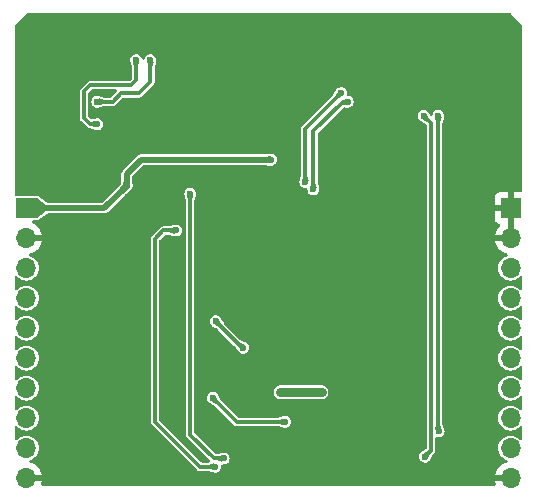
<source format=gbl>
G04 #@! TF.GenerationSoftware,KiCad,Pcbnew,8.0.8*
G04 #@! TF.CreationDate,2025-06-14T11:12:35+09:00*
G04 #@! TF.ProjectId,stm32c0_fdcan_module,73746d33-3263-4305-9f66-6463616e5f6d,rev?*
G04 #@! TF.SameCoordinates,Original*
G04 #@! TF.FileFunction,Copper,L2,Bot*
G04 #@! TF.FilePolarity,Positive*
%FSLAX46Y46*%
G04 Gerber Fmt 4.6, Leading zero omitted, Abs format (unit mm)*
G04 Created by KiCad (PCBNEW 8.0.8) date 2025-06-14 11:12:35*
%MOMM*%
%LPD*%
G01*
G04 APERTURE LIST*
G04 #@! TA.AperFunction,ComponentPad*
%ADD10R,1.700000X1.700000*%
G04 #@! TD*
G04 #@! TA.AperFunction,ComponentPad*
%ADD11O,1.700000X1.700000*%
G04 #@! TD*
G04 #@! TA.AperFunction,ViaPad*
%ADD12C,0.600000*%
G04 #@! TD*
G04 #@! TA.AperFunction,Conductor*
%ADD13C,0.300000*%
G04 #@! TD*
G04 #@! TA.AperFunction,Conductor*
%ADD14C,0.500000*%
G04 #@! TD*
G04 #@! TA.AperFunction,Conductor*
%ADD15C,0.750000*%
G04 #@! TD*
G04 APERTURE END LIST*
D10*
X145000000Y-87500000D03*
D11*
X145000000Y-90040000D03*
X145000000Y-92580000D03*
X145000000Y-95120000D03*
X145000000Y-97660000D03*
X145000000Y-100200000D03*
X145000000Y-102740000D03*
X145000000Y-105280000D03*
X145000000Y-107820000D03*
X145000000Y-110360000D03*
D10*
X104000000Y-87500000D03*
D11*
X104000000Y-90040000D03*
X104000000Y-92580000D03*
X104000000Y-95120000D03*
X104000000Y-97660000D03*
X104000000Y-100200000D03*
X104000000Y-102740000D03*
X104000000Y-105280000D03*
X104000000Y-107820000D03*
X104000000Y-110360000D03*
D12*
X117500000Y-76900000D03*
X118300000Y-72100000D03*
X125000000Y-107900000D03*
X136500000Y-84100000D03*
X105000000Y-80000000D03*
X119300000Y-94900000D03*
X143100000Y-92500000D03*
X112500000Y-72500000D03*
X142500000Y-80000000D03*
X140000000Y-92500000D03*
X140000000Y-107500000D03*
X119300000Y-101400000D03*
X140000000Y-72500000D03*
X119300000Y-104800000D03*
X117100000Y-101400000D03*
X145000000Y-77500000D03*
X129600000Y-101300000D03*
X132500000Y-87500000D03*
X130000000Y-97500000D03*
X145000000Y-75000000D03*
X128500000Y-75625000D03*
X145000000Y-85000000D03*
X115100000Y-87900000D03*
X125900000Y-81500000D03*
X125100000Y-99100000D03*
X130000000Y-92500000D03*
X105000000Y-82500000D03*
X130000000Y-87500000D03*
X140000000Y-90000000D03*
X114000000Y-79050000D03*
X145000000Y-82500000D03*
X135000000Y-72500000D03*
X131000000Y-83700000D03*
X125500000Y-101500000D03*
X112500000Y-92500000D03*
X119000000Y-88300000D03*
X109400000Y-72100000D03*
X110000000Y-95000000D03*
X137500000Y-72500000D03*
X130000000Y-95000000D03*
X125900000Y-85500000D03*
X112500000Y-79025000D03*
X117500000Y-82500000D03*
X128500000Y-77800000D03*
X122500000Y-97500000D03*
X136500000Y-90000000D03*
X117100000Y-94900000D03*
X114200000Y-109200000D03*
X115100000Y-86200000D03*
X130000000Y-90000000D03*
X132500000Y-90000000D03*
X115900000Y-87900000D03*
X129800000Y-104300000D03*
X128200000Y-104300000D03*
X131300000Y-75600000D03*
X145000000Y-72500000D03*
X136500000Y-95000000D03*
X115000000Y-72500000D03*
X127500000Y-72500000D03*
X142500000Y-77500000D03*
X142500000Y-105000000D03*
X105000000Y-77500000D03*
X111900000Y-109200000D03*
X116300000Y-104800000D03*
X132500000Y-95000000D03*
X107500000Y-77500000D03*
X107500000Y-75000000D03*
X127900000Y-94900000D03*
X105000000Y-75000000D03*
X107500000Y-92500000D03*
X136500000Y-92500000D03*
X127500000Y-90000000D03*
X125000000Y-106700000D03*
X140000000Y-87500000D03*
X112500000Y-100000000D03*
X117500000Y-80000000D03*
X132500000Y-97500000D03*
X110000000Y-75000000D03*
X136400000Y-75600000D03*
X107500000Y-72500000D03*
X105000000Y-72500000D03*
X145000000Y-80000000D03*
X142500000Y-75000000D03*
X128500000Y-74375000D03*
X136400000Y-74400000D03*
X122600000Y-76200000D03*
X136500000Y-87500000D03*
X115900000Y-86200000D03*
X122500000Y-95000000D03*
X115900000Y-90500000D03*
X132500000Y-92500000D03*
X112000000Y-75000000D03*
X112500000Y-85600000D03*
X124700000Y-83400000D03*
X129000000Y-103100000D03*
X125500000Y-103100000D03*
X110000000Y-80400000D03*
X113300000Y-75000000D03*
X114500000Y-75000000D03*
X110000000Y-78500000D03*
X137625000Y-79700000D03*
X137750000Y-108550000D03*
X119775000Y-103575000D03*
X125900000Y-105600000D03*
X127618671Y-85300000D03*
X130642783Y-77757217D03*
X120000000Y-109400000D03*
X116700000Y-89400000D03*
X131200000Y-78500000D03*
X128300000Y-85914212D03*
X138900000Y-106400000D03*
X138875000Y-79700000D03*
X117875000Y-86300000D03*
X120700000Y-108700000D03*
X120025000Y-97075000D03*
X122350000Y-99325000D03*
D13*
X119900000Y-108700000D02*
X117875000Y-106675000D01*
X120700000Y-108700000D02*
X119900000Y-108700000D01*
X117875000Y-106675000D02*
X117875000Y-86300000D01*
X115600000Y-89400000D02*
X116700000Y-89400000D01*
X118700000Y-109400000D02*
X114900000Y-105600000D01*
X120000000Y-109400000D02*
X118700000Y-109400000D01*
X114900000Y-105600000D02*
X114900000Y-90100000D01*
X114900000Y-90100000D02*
X115600000Y-89400000D01*
X121800000Y-105600000D02*
X119775000Y-103575000D01*
X125900000Y-105600000D02*
X121800000Y-105600000D01*
D14*
X113700000Y-83400000D02*
X124700000Y-83400000D01*
X112500000Y-85600000D02*
X112500000Y-84600000D01*
X110600000Y-87500000D02*
X104000000Y-87500000D01*
X112500000Y-85600000D02*
X110600000Y-87500000D01*
D15*
X125500000Y-103100000D02*
X129000000Y-103100000D01*
D14*
X112500000Y-84600000D02*
X113700000Y-83400000D01*
D13*
X108900000Y-77600000D02*
X108900000Y-79900000D01*
X109400000Y-77100000D02*
X108900000Y-77600000D01*
X113300000Y-75000000D02*
X113300000Y-76700000D01*
X113300000Y-76700000D02*
X112900000Y-77100000D01*
X112900000Y-77100000D02*
X109400000Y-77100000D01*
X108900000Y-79900000D02*
X109400000Y-80400000D01*
X109400000Y-80400000D02*
X110000000Y-80400000D01*
X112000000Y-77800000D02*
X113500000Y-77800000D01*
X114500000Y-76800000D02*
X114500000Y-75000000D01*
X113500000Y-77800000D02*
X114500000Y-76800000D01*
X110000000Y-78500000D02*
X111300000Y-78500000D01*
X111300000Y-78500000D02*
X112000000Y-77800000D01*
X138250000Y-108050000D02*
X138250000Y-80325000D01*
X138250000Y-80325000D02*
X137625000Y-79700000D01*
X137750000Y-108550000D02*
X138250000Y-108050000D01*
X127618671Y-80781329D02*
X127618671Y-85300000D01*
X130642783Y-77757217D02*
X127618671Y-80781329D01*
X131200000Y-78500000D02*
X130800000Y-78500000D01*
X130800000Y-78500000D02*
X128300000Y-81000000D01*
X128300000Y-81000000D02*
X128300000Y-85914212D01*
X138900000Y-106400000D02*
X138875000Y-106375000D01*
X138875000Y-106375000D02*
X138875000Y-79700000D01*
X120025000Y-97075000D02*
X122275000Y-99325000D01*
X122275000Y-99325000D02*
X122350000Y-99325000D01*
G04 #@! TA.AperFunction,Conductor*
G36*
X145015677Y-71019685D02*
G01*
X145036319Y-71036319D01*
X145963681Y-71963681D01*
X145997166Y-72025004D01*
X146000000Y-72051362D01*
X146000000Y-86026000D01*
X145980315Y-86093039D01*
X145927511Y-86138794D01*
X145876000Y-86150000D01*
X145250000Y-86150000D01*
X145250000Y-87066988D01*
X145192993Y-87034075D01*
X145065826Y-87000000D01*
X144934174Y-87000000D01*
X144807007Y-87034075D01*
X144750000Y-87066988D01*
X144750000Y-86150000D01*
X144102155Y-86150000D01*
X144042627Y-86156401D01*
X144042620Y-86156403D01*
X143907913Y-86206645D01*
X143907906Y-86206649D01*
X143792812Y-86292809D01*
X143792809Y-86292812D01*
X143706649Y-86407906D01*
X143706645Y-86407913D01*
X143656403Y-86542620D01*
X143656401Y-86542627D01*
X143650000Y-86602155D01*
X143650000Y-87250000D01*
X144566988Y-87250000D01*
X144534075Y-87307007D01*
X144500000Y-87434174D01*
X144500000Y-87565826D01*
X144534075Y-87692993D01*
X144566988Y-87750000D01*
X143650000Y-87750000D01*
X143650000Y-88397844D01*
X143656401Y-88457372D01*
X143656403Y-88457379D01*
X143706645Y-88592086D01*
X143706649Y-88592093D01*
X143792809Y-88707187D01*
X143792812Y-88707190D01*
X143907906Y-88793350D01*
X143907913Y-88793354D01*
X144039986Y-88842614D01*
X144095920Y-88884485D01*
X144120337Y-88949949D01*
X144105486Y-89018222D01*
X144084335Y-89046477D01*
X143961886Y-89168926D01*
X143826400Y-89362420D01*
X143826399Y-89362422D01*
X143726570Y-89576507D01*
X143726567Y-89576513D01*
X143669364Y-89789999D01*
X143669364Y-89790000D01*
X144566988Y-89790000D01*
X144534075Y-89847007D01*
X144500000Y-89974174D01*
X144500000Y-90105826D01*
X144534075Y-90232993D01*
X144566988Y-90290000D01*
X143669364Y-90290000D01*
X143726567Y-90503486D01*
X143726570Y-90503492D01*
X143826399Y-90717578D01*
X143961894Y-90911082D01*
X144128917Y-91078105D01*
X144322421Y-91213600D01*
X144536507Y-91313429D01*
X144536516Y-91313433D01*
X144658649Y-91346158D01*
X144718310Y-91382523D01*
X144748839Y-91445369D01*
X144740545Y-91514745D01*
X144696059Y-91568623D01*
X144662552Y-91584593D01*
X144596046Y-91604767D01*
X144465358Y-91674622D01*
X144413550Y-91702315D01*
X144413548Y-91702316D01*
X144413547Y-91702317D01*
X144253589Y-91833589D01*
X144122317Y-91993547D01*
X144024769Y-92176043D01*
X143964699Y-92374067D01*
X143944417Y-92580000D01*
X143964699Y-92785932D01*
X143964700Y-92785934D01*
X144024768Y-92983954D01*
X144122315Y-93166450D01*
X144122317Y-93166452D01*
X144253589Y-93326410D01*
X144273851Y-93343038D01*
X144413550Y-93457685D01*
X144596046Y-93555232D01*
X144794066Y-93615300D01*
X144794065Y-93615300D01*
X144812529Y-93617118D01*
X145000000Y-93635583D01*
X145205934Y-93615300D01*
X145403954Y-93555232D01*
X145586450Y-93457685D01*
X145746410Y-93326410D01*
X145780146Y-93285301D01*
X145837891Y-93245967D01*
X145907736Y-93244096D01*
X145967504Y-93280282D01*
X145998221Y-93343038D01*
X146000000Y-93363966D01*
X146000000Y-94336033D01*
X145980315Y-94403072D01*
X145927511Y-94448827D01*
X145858353Y-94458771D01*
X145794797Y-94429746D01*
X145780147Y-94414698D01*
X145746410Y-94373590D01*
X145586452Y-94242317D01*
X145586453Y-94242317D01*
X145586450Y-94242315D01*
X145403954Y-94144768D01*
X145205934Y-94084700D01*
X145205932Y-94084699D01*
X145205934Y-94084699D01*
X145000000Y-94064417D01*
X144794067Y-94084699D01*
X144596043Y-94144769D01*
X144485898Y-94203643D01*
X144413550Y-94242315D01*
X144413548Y-94242316D01*
X144413547Y-94242317D01*
X144253589Y-94373589D01*
X144122317Y-94533547D01*
X144024769Y-94716043D01*
X143964699Y-94914067D01*
X143944417Y-95120000D01*
X143964699Y-95325932D01*
X143964700Y-95325934D01*
X144024768Y-95523954D01*
X144122315Y-95706450D01*
X144122317Y-95706452D01*
X144253589Y-95866410D01*
X144273851Y-95883038D01*
X144413550Y-95997685D01*
X144596046Y-96095232D01*
X144794066Y-96155300D01*
X144794065Y-96155300D01*
X144812529Y-96157118D01*
X145000000Y-96175583D01*
X145205934Y-96155300D01*
X145403954Y-96095232D01*
X145586450Y-95997685D01*
X145746410Y-95866410D01*
X145780146Y-95825301D01*
X145837891Y-95785967D01*
X145907736Y-95784096D01*
X145967504Y-95820282D01*
X145998221Y-95883038D01*
X146000000Y-95903966D01*
X146000000Y-96876033D01*
X145980315Y-96943072D01*
X145927511Y-96988827D01*
X145858353Y-96998771D01*
X145794797Y-96969746D01*
X145780147Y-96954698D01*
X145746410Y-96913590D01*
X145687511Y-96865253D01*
X145586450Y-96782315D01*
X145403954Y-96684768D01*
X145205934Y-96624700D01*
X145205932Y-96624699D01*
X145205934Y-96624699D01*
X145000000Y-96604417D01*
X144794067Y-96624699D01*
X144596043Y-96684769D01*
X144485898Y-96743643D01*
X144413550Y-96782315D01*
X144413548Y-96782316D01*
X144413547Y-96782317D01*
X144253589Y-96913589D01*
X144122317Y-97073547D01*
X144024769Y-97256043D01*
X144024768Y-97256045D01*
X144024768Y-97256046D01*
X144017898Y-97278692D01*
X143964699Y-97454067D01*
X143944417Y-97660000D01*
X143964699Y-97865932D01*
X143964700Y-97865934D01*
X144024768Y-98063954D01*
X144122315Y-98246450D01*
X144122317Y-98246452D01*
X144253589Y-98406410D01*
X144273851Y-98423038D01*
X144413550Y-98537685D01*
X144596046Y-98635232D01*
X144794066Y-98695300D01*
X144794065Y-98695300D01*
X144812529Y-98697118D01*
X145000000Y-98715583D01*
X145205934Y-98695300D01*
X145403954Y-98635232D01*
X145586450Y-98537685D01*
X145746410Y-98406410D01*
X145780146Y-98365301D01*
X145837891Y-98325967D01*
X145907736Y-98324096D01*
X145967504Y-98360282D01*
X145998221Y-98423038D01*
X146000000Y-98443966D01*
X146000000Y-99416033D01*
X145980315Y-99483072D01*
X145927511Y-99528827D01*
X145858353Y-99538771D01*
X145794797Y-99509746D01*
X145780147Y-99494698D01*
X145746410Y-99453590D01*
X145700646Y-99416033D01*
X145586450Y-99322315D01*
X145403954Y-99224768D01*
X145205934Y-99164700D01*
X145205932Y-99164699D01*
X145205934Y-99164699D01*
X145000000Y-99144417D01*
X144794067Y-99164699D01*
X144596043Y-99224769D01*
X144485898Y-99283643D01*
X144413550Y-99322315D01*
X144413548Y-99322316D01*
X144413547Y-99322317D01*
X144253589Y-99453589D01*
X144134771Y-99598372D01*
X144122315Y-99613550D01*
X144095443Y-99663824D01*
X144024769Y-99796043D01*
X143964699Y-99994067D01*
X143944417Y-100200000D01*
X143964699Y-100405932D01*
X143964700Y-100405934D01*
X144024768Y-100603954D01*
X144122315Y-100786450D01*
X144122317Y-100786452D01*
X144253589Y-100946410D01*
X144273851Y-100963038D01*
X144413550Y-101077685D01*
X144596046Y-101175232D01*
X144794066Y-101235300D01*
X144794065Y-101235300D01*
X144812529Y-101237118D01*
X145000000Y-101255583D01*
X145205934Y-101235300D01*
X145403954Y-101175232D01*
X145586450Y-101077685D01*
X145746410Y-100946410D01*
X145780146Y-100905301D01*
X145837891Y-100865967D01*
X145907736Y-100864096D01*
X145967504Y-100900282D01*
X145998221Y-100963038D01*
X146000000Y-100983966D01*
X146000000Y-101956033D01*
X145980315Y-102023072D01*
X145927511Y-102068827D01*
X145858353Y-102078771D01*
X145794797Y-102049746D01*
X145780147Y-102034698D01*
X145746410Y-101993590D01*
X145586452Y-101862317D01*
X145586453Y-101862317D01*
X145586450Y-101862315D01*
X145403954Y-101764768D01*
X145205934Y-101704700D01*
X145205932Y-101704699D01*
X145205934Y-101704699D01*
X145000000Y-101684417D01*
X144794067Y-101704699D01*
X144596043Y-101764769D01*
X144485898Y-101823643D01*
X144413550Y-101862315D01*
X144413548Y-101862316D01*
X144413547Y-101862317D01*
X144253589Y-101993589D01*
X144122317Y-102153547D01*
X144024769Y-102336043D01*
X143964699Y-102534067D01*
X143944417Y-102740000D01*
X143964699Y-102945932D01*
X143964700Y-102945934D01*
X144024768Y-103143954D01*
X144122315Y-103326450D01*
X144142461Y-103350998D01*
X144253589Y-103486410D01*
X144343888Y-103560515D01*
X144413550Y-103617685D01*
X144596046Y-103715232D01*
X144794066Y-103775300D01*
X144794065Y-103775300D01*
X144812529Y-103777118D01*
X145000000Y-103795583D01*
X145205934Y-103775300D01*
X145403954Y-103715232D01*
X145586450Y-103617685D01*
X145746410Y-103486410D01*
X145780146Y-103445301D01*
X145837891Y-103405967D01*
X145907736Y-103404096D01*
X145967504Y-103440282D01*
X145998221Y-103503038D01*
X146000000Y-103523966D01*
X146000000Y-104496033D01*
X145980315Y-104563072D01*
X145927511Y-104608827D01*
X145858353Y-104618771D01*
X145794797Y-104589746D01*
X145780147Y-104574698D01*
X145746410Y-104533590D01*
X145586452Y-104402317D01*
X145586453Y-104402317D01*
X145586450Y-104402315D01*
X145403954Y-104304768D01*
X145205934Y-104244700D01*
X145205932Y-104244699D01*
X145205934Y-104244699D01*
X145000000Y-104224417D01*
X144794067Y-104244699D01*
X144596043Y-104304769D01*
X144485898Y-104363643D01*
X144413550Y-104402315D01*
X144413548Y-104402316D01*
X144413547Y-104402317D01*
X144253589Y-104533589D01*
X144122317Y-104693547D01*
X144024769Y-104876043D01*
X143964699Y-105074067D01*
X143944417Y-105280000D01*
X143964699Y-105485932D01*
X143964700Y-105485934D01*
X144024768Y-105683954D01*
X144122315Y-105866450D01*
X144156969Y-105908677D01*
X144253589Y-106026410D01*
X144299352Y-106063966D01*
X144413550Y-106157685D01*
X144596046Y-106255232D01*
X144794066Y-106315300D01*
X144794065Y-106315300D01*
X144812529Y-106317118D01*
X145000000Y-106335583D01*
X145205934Y-106315300D01*
X145403954Y-106255232D01*
X145586450Y-106157685D01*
X145746410Y-106026410D01*
X145780146Y-105985301D01*
X145837891Y-105945967D01*
X145907736Y-105944096D01*
X145967504Y-105980282D01*
X145998221Y-106043038D01*
X146000000Y-106063966D01*
X146000000Y-107036033D01*
X145980315Y-107103072D01*
X145927511Y-107148827D01*
X145858353Y-107158771D01*
X145794797Y-107129746D01*
X145780147Y-107114698D01*
X145746410Y-107073590D01*
X145586452Y-106942317D01*
X145586453Y-106942317D01*
X145586450Y-106942315D01*
X145403954Y-106844768D01*
X145205934Y-106784700D01*
X145205932Y-106784699D01*
X145205934Y-106784699D01*
X145000000Y-106764417D01*
X144794067Y-106784699D01*
X144596043Y-106844769D01*
X144491780Y-106900500D01*
X144413550Y-106942315D01*
X144413548Y-106942316D01*
X144413547Y-106942317D01*
X144253589Y-107073589D01*
X144122317Y-107233547D01*
X144024769Y-107416043D01*
X143964699Y-107614067D01*
X143944417Y-107820000D01*
X143964699Y-108025932D01*
X143984148Y-108090047D01*
X144024768Y-108223954D01*
X144122315Y-108406450D01*
X144122317Y-108406452D01*
X144253589Y-108566410D01*
X144273851Y-108583038D01*
X144413550Y-108697685D01*
X144596046Y-108795232D01*
X144662551Y-108815405D01*
X144720989Y-108853702D01*
X144749446Y-108917514D01*
X144738887Y-108986581D01*
X144692663Y-109038975D01*
X144658650Y-109053841D01*
X144536514Y-109086567D01*
X144536507Y-109086570D01*
X144322422Y-109186399D01*
X144322420Y-109186400D01*
X144128926Y-109321886D01*
X144128920Y-109321891D01*
X143961891Y-109488920D01*
X143961886Y-109488926D01*
X143826400Y-109682420D01*
X143826399Y-109682422D01*
X143726570Y-109896507D01*
X143726567Y-109896513D01*
X143669364Y-110109999D01*
X143669364Y-110110000D01*
X144566988Y-110110000D01*
X144534075Y-110167007D01*
X144500000Y-110294174D01*
X144500000Y-110425826D01*
X144534075Y-110552993D01*
X144566988Y-110610000D01*
X143669364Y-110610000D01*
X143726567Y-110823486D01*
X143726569Y-110823491D01*
X143726615Y-110823589D01*
X143726622Y-110823635D01*
X143728419Y-110828572D01*
X143727427Y-110828933D01*
X143737111Y-110892666D01*
X143708595Y-110956452D01*
X143650120Y-110994694D01*
X143614236Y-111000000D01*
X105385764Y-111000000D01*
X105318725Y-110980315D01*
X105272970Y-110927511D01*
X105263026Y-110858353D01*
X105271868Y-110828676D01*
X105271581Y-110828572D01*
X105273340Y-110823739D01*
X105273385Y-110823589D01*
X105273430Y-110823491D01*
X105273432Y-110823486D01*
X105330636Y-110610000D01*
X104433012Y-110610000D01*
X104465925Y-110552993D01*
X104500000Y-110425826D01*
X104500000Y-110294174D01*
X104465925Y-110167007D01*
X104433012Y-110110000D01*
X105330636Y-110110000D01*
X105330635Y-110109999D01*
X105273432Y-109896513D01*
X105273429Y-109896507D01*
X105173600Y-109682422D01*
X105173599Y-109682420D01*
X105038113Y-109488926D01*
X105038108Y-109488920D01*
X104871082Y-109321894D01*
X104677578Y-109186399D01*
X104463492Y-109086570D01*
X104463486Y-109086567D01*
X104341349Y-109053841D01*
X104281689Y-109017476D01*
X104251160Y-108954629D01*
X104259455Y-108885253D01*
X104303940Y-108831375D01*
X104337444Y-108815407D01*
X104403954Y-108795232D01*
X104586450Y-108697685D01*
X104746410Y-108566410D01*
X104877685Y-108406450D01*
X104975232Y-108223954D01*
X105035300Y-108025934D01*
X105055583Y-107820000D01*
X105035300Y-107614066D01*
X104975232Y-107416046D01*
X104877685Y-107233550D01*
X104792496Y-107129746D01*
X104746410Y-107073589D01*
X104586452Y-106942317D01*
X104586453Y-106942317D01*
X104586450Y-106942315D01*
X104403954Y-106844768D01*
X104205934Y-106784700D01*
X104205932Y-106784699D01*
X104205934Y-106784699D01*
X104000000Y-106764417D01*
X103794067Y-106784699D01*
X103596043Y-106844769D01*
X103491780Y-106900500D01*
X103413550Y-106942315D01*
X103413548Y-106942316D01*
X103413547Y-106942317D01*
X103253589Y-107073590D01*
X103219853Y-107114698D01*
X103162108Y-107154032D01*
X103092263Y-107155903D01*
X103032495Y-107119716D01*
X103001779Y-107056960D01*
X103000000Y-107036033D01*
X103000000Y-106063966D01*
X103019685Y-105996927D01*
X103072489Y-105951172D01*
X103141647Y-105941228D01*
X103205203Y-105970253D01*
X103219854Y-105985302D01*
X103253589Y-106026410D01*
X103299352Y-106063966D01*
X103413550Y-106157685D01*
X103596046Y-106255232D01*
X103794066Y-106315300D01*
X103794065Y-106315300D01*
X103812529Y-106317118D01*
X104000000Y-106335583D01*
X104205934Y-106315300D01*
X104403954Y-106255232D01*
X104586450Y-106157685D01*
X104746410Y-106026410D01*
X104877685Y-105866450D01*
X104975232Y-105683954D01*
X105035300Y-105485934D01*
X105055583Y-105280000D01*
X105035300Y-105074066D01*
X104975232Y-104876046D01*
X104877685Y-104693550D01*
X104792496Y-104589746D01*
X104746410Y-104533589D01*
X104586452Y-104402317D01*
X104586453Y-104402317D01*
X104586450Y-104402315D01*
X104403954Y-104304768D01*
X104205934Y-104244700D01*
X104205932Y-104244699D01*
X104205934Y-104244699D01*
X104000000Y-104224417D01*
X103794067Y-104244699D01*
X103596043Y-104304769D01*
X103485898Y-104363643D01*
X103413550Y-104402315D01*
X103413548Y-104402316D01*
X103413547Y-104402317D01*
X103253589Y-104533590D01*
X103219853Y-104574698D01*
X103162108Y-104614032D01*
X103092263Y-104615903D01*
X103032495Y-104579716D01*
X103001779Y-104516960D01*
X103000000Y-104496033D01*
X103000000Y-103523966D01*
X103019685Y-103456927D01*
X103072489Y-103411172D01*
X103141647Y-103401228D01*
X103205203Y-103430253D01*
X103219854Y-103445302D01*
X103253589Y-103486410D01*
X103343888Y-103560515D01*
X103413550Y-103617685D01*
X103596046Y-103715232D01*
X103794066Y-103775300D01*
X103794065Y-103775300D01*
X103812529Y-103777118D01*
X104000000Y-103795583D01*
X104205934Y-103775300D01*
X104403954Y-103715232D01*
X104586450Y-103617685D01*
X104746410Y-103486410D01*
X104877685Y-103326450D01*
X104975232Y-103143954D01*
X105035300Y-102945934D01*
X105055583Y-102740000D01*
X105035300Y-102534066D01*
X104975232Y-102336046D01*
X104877685Y-102153550D01*
X104792496Y-102049746D01*
X104746410Y-101993589D01*
X104586452Y-101862317D01*
X104586453Y-101862317D01*
X104586450Y-101862315D01*
X104403954Y-101764768D01*
X104205934Y-101704700D01*
X104205932Y-101704699D01*
X104205934Y-101704699D01*
X104000000Y-101684417D01*
X103794067Y-101704699D01*
X103596043Y-101764769D01*
X103485898Y-101823643D01*
X103413550Y-101862315D01*
X103413548Y-101862316D01*
X103413547Y-101862317D01*
X103253589Y-101993590D01*
X103219853Y-102034698D01*
X103162108Y-102074032D01*
X103092263Y-102075903D01*
X103032495Y-102039716D01*
X103001779Y-101976960D01*
X103000000Y-101956033D01*
X103000000Y-100983966D01*
X103019685Y-100916927D01*
X103072489Y-100871172D01*
X103141647Y-100861228D01*
X103205203Y-100890253D01*
X103219854Y-100905302D01*
X103253589Y-100946410D01*
X103273851Y-100963038D01*
X103413550Y-101077685D01*
X103596046Y-101175232D01*
X103794066Y-101235300D01*
X103794065Y-101235300D01*
X103812529Y-101237118D01*
X104000000Y-101255583D01*
X104205934Y-101235300D01*
X104403954Y-101175232D01*
X104586450Y-101077685D01*
X104746410Y-100946410D01*
X104877685Y-100786450D01*
X104975232Y-100603954D01*
X105035300Y-100405934D01*
X105055583Y-100200000D01*
X105035300Y-99994066D01*
X104975232Y-99796046D01*
X104877685Y-99613550D01*
X104792496Y-99509746D01*
X104746410Y-99453589D01*
X104628677Y-99356969D01*
X104586450Y-99322315D01*
X104403954Y-99224768D01*
X104205934Y-99164700D01*
X104205932Y-99164699D01*
X104205934Y-99164699D01*
X104000000Y-99144417D01*
X103794067Y-99164699D01*
X103596043Y-99224769D01*
X103485898Y-99283643D01*
X103413550Y-99322315D01*
X103413548Y-99322316D01*
X103413547Y-99322317D01*
X103253589Y-99453590D01*
X103219853Y-99494698D01*
X103162108Y-99534032D01*
X103092263Y-99535903D01*
X103032495Y-99499716D01*
X103001779Y-99436960D01*
X103000000Y-99416033D01*
X103000000Y-98443966D01*
X103019685Y-98376927D01*
X103072489Y-98331172D01*
X103141647Y-98321228D01*
X103205203Y-98350253D01*
X103219854Y-98365302D01*
X103253589Y-98406410D01*
X103273851Y-98423038D01*
X103413550Y-98537685D01*
X103596046Y-98635232D01*
X103794066Y-98695300D01*
X103794065Y-98695300D01*
X103812529Y-98697118D01*
X104000000Y-98715583D01*
X104205934Y-98695300D01*
X104403954Y-98635232D01*
X104586450Y-98537685D01*
X104746410Y-98406410D01*
X104877685Y-98246450D01*
X104975232Y-98063954D01*
X105035300Y-97865934D01*
X105055583Y-97660000D01*
X105035300Y-97454066D01*
X104975232Y-97256046D01*
X104877685Y-97073550D01*
X104792496Y-96969746D01*
X104746410Y-96913589D01*
X104628677Y-96816969D01*
X104586450Y-96782315D01*
X104403954Y-96684768D01*
X104205934Y-96624700D01*
X104205932Y-96624699D01*
X104205934Y-96624699D01*
X104000000Y-96604417D01*
X103794067Y-96624699D01*
X103596043Y-96684769D01*
X103485898Y-96743643D01*
X103413550Y-96782315D01*
X103413548Y-96782316D01*
X103413547Y-96782317D01*
X103253589Y-96913590D01*
X103219853Y-96954698D01*
X103162108Y-96994032D01*
X103092263Y-96995903D01*
X103032495Y-96959716D01*
X103001779Y-96896960D01*
X103000000Y-96876033D01*
X103000000Y-95903966D01*
X103019685Y-95836927D01*
X103072489Y-95791172D01*
X103141647Y-95781228D01*
X103205203Y-95810253D01*
X103219854Y-95825302D01*
X103253589Y-95866410D01*
X103273851Y-95883038D01*
X103413550Y-95997685D01*
X103596046Y-96095232D01*
X103794066Y-96155300D01*
X103794065Y-96155300D01*
X103812529Y-96157118D01*
X104000000Y-96175583D01*
X104205934Y-96155300D01*
X104403954Y-96095232D01*
X104586450Y-95997685D01*
X104746410Y-95866410D01*
X104877685Y-95706450D01*
X104975232Y-95523954D01*
X105035300Y-95325934D01*
X105055583Y-95120000D01*
X105035300Y-94914066D01*
X104975232Y-94716046D01*
X104877685Y-94533550D01*
X104792496Y-94429746D01*
X104746410Y-94373589D01*
X104586452Y-94242317D01*
X104586453Y-94242317D01*
X104586450Y-94242315D01*
X104403954Y-94144768D01*
X104205934Y-94084700D01*
X104205932Y-94084699D01*
X104205934Y-94084699D01*
X104000000Y-94064417D01*
X103794067Y-94084699D01*
X103596043Y-94144769D01*
X103485898Y-94203643D01*
X103413550Y-94242315D01*
X103413548Y-94242316D01*
X103413547Y-94242317D01*
X103253589Y-94373590D01*
X103219853Y-94414698D01*
X103162108Y-94454032D01*
X103092263Y-94455903D01*
X103032495Y-94419716D01*
X103001779Y-94356960D01*
X103000000Y-94336033D01*
X103000000Y-93363966D01*
X103019685Y-93296927D01*
X103072489Y-93251172D01*
X103141647Y-93241228D01*
X103205203Y-93270253D01*
X103219854Y-93285302D01*
X103253589Y-93326410D01*
X103273851Y-93343038D01*
X103413550Y-93457685D01*
X103596046Y-93555232D01*
X103794066Y-93615300D01*
X103794065Y-93615300D01*
X103812529Y-93617118D01*
X104000000Y-93635583D01*
X104205934Y-93615300D01*
X104403954Y-93555232D01*
X104586450Y-93457685D01*
X104746410Y-93326410D01*
X104877685Y-93166450D01*
X104975232Y-92983954D01*
X105035300Y-92785934D01*
X105055583Y-92580000D01*
X105035300Y-92374066D01*
X104975232Y-92176046D01*
X104877685Y-91993550D01*
X104792496Y-91889746D01*
X104746410Y-91833589D01*
X104586452Y-91702317D01*
X104586453Y-91702317D01*
X104586450Y-91702315D01*
X104403954Y-91604768D01*
X104337447Y-91584593D01*
X104279009Y-91546296D01*
X104250553Y-91482484D01*
X104261113Y-91413417D01*
X104307337Y-91361023D01*
X104341350Y-91346158D01*
X104463483Y-91313433D01*
X104463492Y-91313429D01*
X104677578Y-91213600D01*
X104871082Y-91078105D01*
X105038105Y-90911082D01*
X105173600Y-90717578D01*
X105273429Y-90503492D01*
X105273432Y-90503486D01*
X105330636Y-90290000D01*
X104433012Y-90290000D01*
X104465925Y-90232993D01*
X104500000Y-90105826D01*
X104500000Y-90053856D01*
X114549500Y-90053856D01*
X114549500Y-105646144D01*
X114559632Y-105683956D01*
X114571043Y-105726542D01*
X114571044Y-105726547D01*
X114573385Y-105735288D01*
X114619527Y-105815208D01*
X114619529Y-105815211D01*
X114619530Y-105815212D01*
X118484788Y-109680470D01*
X118484789Y-109680471D01*
X118484791Y-109680472D01*
X118488169Y-109682422D01*
X118564712Y-109726614D01*
X118653856Y-109750500D01*
X118653857Y-109750500D01*
X118746144Y-109750500D01*
X119338461Y-109750500D01*
X119369897Y-109754550D01*
X119823255Y-109873370D01*
X119829760Y-109873988D01*
X119852950Y-109878452D01*
X119928039Y-109900500D01*
X120071962Y-109900500D01*
X120071962Y-109900499D01*
X120210053Y-109859953D01*
X120331128Y-109782143D01*
X120425377Y-109673373D01*
X120485165Y-109542457D01*
X120505647Y-109400000D01*
X120497329Y-109342146D01*
X120507273Y-109272988D01*
X120553028Y-109220184D01*
X120620067Y-109200500D01*
X120771962Y-109200500D01*
X120771962Y-109200499D01*
X120910053Y-109159953D01*
X121031128Y-109082143D01*
X121125377Y-108973373D01*
X121185165Y-108842457D01*
X121205647Y-108700000D01*
X121185165Y-108557543D01*
X121125377Y-108426627D01*
X121031128Y-108317857D01*
X120910053Y-108240047D01*
X120910051Y-108240046D01*
X120910049Y-108240045D01*
X120910050Y-108240045D01*
X120771963Y-108199500D01*
X120771961Y-108199500D01*
X120628039Y-108199500D01*
X120594050Y-108209479D01*
X120552306Y-108221736D01*
X120524818Y-108226534D01*
X120523265Y-108226627D01*
X120523258Y-108226628D01*
X120115918Y-108333386D01*
X120046078Y-108331340D01*
X119996800Y-108301118D01*
X118261819Y-106566137D01*
X118228334Y-106504814D01*
X118225500Y-106478456D01*
X118225500Y-103575000D01*
X119269353Y-103575000D01*
X119289834Y-103717456D01*
X119325220Y-103794938D01*
X119349623Y-103848373D01*
X119443872Y-103957143D01*
X119564947Y-104034953D01*
X119564948Y-104034953D01*
X119566124Y-104035709D01*
X119573713Y-104039647D01*
X119969847Y-104271257D01*
X119994936Y-104290618D01*
X121584787Y-105880469D01*
X121619958Y-105900775D01*
X121619959Y-105900776D01*
X121664706Y-105926611D01*
X121664707Y-105926611D01*
X121664712Y-105926614D01*
X121753856Y-105950500D01*
X125238461Y-105950500D01*
X125269897Y-105954550D01*
X125723255Y-106073370D01*
X125729760Y-106073988D01*
X125752950Y-106078452D01*
X125828039Y-106100500D01*
X125971962Y-106100500D01*
X125971962Y-106100499D01*
X126110053Y-106059953D01*
X126231128Y-105982143D01*
X126325377Y-105873373D01*
X126385165Y-105742457D01*
X126405647Y-105600000D01*
X126385165Y-105457543D01*
X126325377Y-105326627D01*
X126231128Y-105217857D01*
X126110053Y-105140047D01*
X126110051Y-105140046D01*
X126110049Y-105140045D01*
X126110050Y-105140045D01*
X125971963Y-105099500D01*
X125971961Y-105099500D01*
X125828039Y-105099500D01*
X125794050Y-105109479D01*
X125752306Y-105121736D01*
X125724818Y-105126534D01*
X125723265Y-105126627D01*
X125723259Y-105126628D01*
X125723255Y-105126628D01*
X125723255Y-105126629D01*
X125269893Y-105245449D01*
X125238459Y-105249500D01*
X121996544Y-105249500D01*
X121929505Y-105229815D01*
X121908863Y-105213181D01*
X120490620Y-103794938D01*
X120471255Y-103769844D01*
X120416094Y-103675500D01*
X120234701Y-103365253D01*
X120233324Y-103363586D01*
X120216134Y-103336129D01*
X120200379Y-103301630D01*
X120200376Y-103301626D01*
X120106128Y-103192857D01*
X119985053Y-103115047D01*
X119985051Y-103115046D01*
X119985049Y-103115045D01*
X119985050Y-103115045D01*
X119846963Y-103074500D01*
X119846961Y-103074500D01*
X119703039Y-103074500D01*
X119703036Y-103074500D01*
X119564949Y-103115045D01*
X119443873Y-103192856D01*
X119349623Y-103301626D01*
X119349622Y-103301628D01*
X119289834Y-103432543D01*
X119269353Y-103575000D01*
X118225500Y-103575000D01*
X118225500Y-103024234D01*
X124924500Y-103024234D01*
X124924500Y-103175766D01*
X124944109Y-103248950D01*
X124963719Y-103322136D01*
X124966210Y-103326450D01*
X125039485Y-103453365D01*
X125146635Y-103560515D01*
X125277865Y-103636281D01*
X125424234Y-103675500D01*
X125424236Y-103675500D01*
X129075764Y-103675500D01*
X129075766Y-103675500D01*
X129222135Y-103636281D01*
X129353365Y-103560515D01*
X129460515Y-103453365D01*
X129536281Y-103322135D01*
X129575500Y-103175766D01*
X129575500Y-103024234D01*
X129536281Y-102877865D01*
X129460515Y-102746635D01*
X129353365Y-102639485D01*
X129287750Y-102601602D01*
X129222136Y-102563719D01*
X129148950Y-102544109D01*
X129075766Y-102524500D01*
X125424234Y-102524500D01*
X125277863Y-102563719D01*
X125146635Y-102639485D01*
X125146632Y-102639487D01*
X125039487Y-102746632D01*
X125039485Y-102746635D01*
X124963719Y-102877863D01*
X124945480Y-102945934D01*
X124924500Y-103024234D01*
X118225500Y-103024234D01*
X118225500Y-97075000D01*
X119519353Y-97075000D01*
X119539834Y-97217456D01*
X119575220Y-97294938D01*
X119599623Y-97348373D01*
X119693872Y-97457143D01*
X119814947Y-97534953D01*
X119814948Y-97534953D01*
X119816124Y-97535709D01*
X119823713Y-97539647D01*
X120219847Y-97771257D01*
X120244936Y-97790618D01*
X121609398Y-99155080D01*
X121624606Y-99174887D01*
X121624898Y-99174678D01*
X121910124Y-99572223D01*
X121922164Y-99592990D01*
X121924623Y-99598373D01*
X121945692Y-99622688D01*
X121952720Y-99631593D01*
X121962890Y-99645767D01*
X121972942Y-99658663D01*
X121974147Y-99660088D01*
X121977388Y-99663827D01*
X121977394Y-99663831D01*
X121982815Y-99668767D01*
X121982656Y-99668940D01*
X121997400Y-99682363D01*
X122018872Y-99707143D01*
X122139947Y-99784953D01*
X122139950Y-99784954D01*
X122139949Y-99784954D01*
X122278036Y-99825499D01*
X122278038Y-99825500D01*
X122278039Y-99825500D01*
X122421962Y-99825500D01*
X122421962Y-99825499D01*
X122560053Y-99784953D01*
X122681128Y-99707143D01*
X122775377Y-99598373D01*
X122835165Y-99467457D01*
X122855647Y-99325000D01*
X122835165Y-99182543D01*
X122775377Y-99051627D01*
X122681128Y-98942857D01*
X122560053Y-98865047D01*
X122560050Y-98865046D01*
X122560047Y-98865044D01*
X122551981Y-98861360D01*
X122552068Y-98861167D01*
X122544465Y-98857924D01*
X122544311Y-98858267D01*
X122457522Y-98819243D01*
X122128313Y-98671214D01*
X122091484Y-98645802D01*
X120740620Y-97294938D01*
X120721255Y-97269844D01*
X120484701Y-96865253D01*
X120483324Y-96863586D01*
X120466134Y-96836129D01*
X120450379Y-96801630D01*
X120450376Y-96801626D01*
X120433643Y-96782315D01*
X120356128Y-96692857D01*
X120235053Y-96615047D01*
X120235051Y-96615046D01*
X120235049Y-96615045D01*
X120235050Y-96615045D01*
X120096963Y-96574500D01*
X120096961Y-96574500D01*
X119953039Y-96574500D01*
X119953036Y-96574500D01*
X119814949Y-96615045D01*
X119693873Y-96692856D01*
X119599623Y-96801626D01*
X119599622Y-96801628D01*
X119539834Y-96932543D01*
X119519353Y-97075000D01*
X118225500Y-97075000D01*
X118225500Y-86961539D01*
X118229551Y-86930102D01*
X118345475Y-86487791D01*
X118348370Y-86476744D01*
X118348370Y-86476743D01*
X118349640Y-86471898D01*
X118350071Y-86472011D01*
X118357372Y-86448572D01*
X118358203Y-86446753D01*
X118360165Y-86442457D01*
X118380647Y-86300000D01*
X118360165Y-86157543D01*
X118300377Y-86026627D01*
X118206128Y-85917857D01*
X118085053Y-85840047D01*
X118085051Y-85840046D01*
X118085049Y-85840045D01*
X118085050Y-85840045D01*
X117946963Y-85799500D01*
X117946961Y-85799500D01*
X117803039Y-85799500D01*
X117803036Y-85799500D01*
X117664949Y-85840045D01*
X117543873Y-85917856D01*
X117449623Y-86026626D01*
X117449622Y-86026628D01*
X117389834Y-86157543D01*
X117369353Y-86300000D01*
X117389834Y-86442455D01*
X117392553Y-86448408D01*
X117399388Y-86471034D01*
X117400085Y-86470852D01*
X117401628Y-86476742D01*
X117401629Y-86476745D01*
X117520449Y-86930102D01*
X117524500Y-86961539D01*
X117524500Y-106721144D01*
X117528883Y-106737500D01*
X117536095Y-106764417D01*
X117548387Y-106810290D01*
X117594527Y-106890208D01*
X117594531Y-106890213D01*
X119518048Y-108813730D01*
X119551533Y-108875053D01*
X119546549Y-108944745D01*
X119504677Y-109000678D01*
X119461805Y-109021359D01*
X119369897Y-109045448D01*
X119338459Y-109049500D01*
X118896544Y-109049500D01*
X118829505Y-109029815D01*
X118808863Y-109013181D01*
X115286819Y-105491137D01*
X115253334Y-105429814D01*
X115250500Y-105403456D01*
X115250500Y-90296544D01*
X115270185Y-90229505D01*
X115286819Y-90208863D01*
X115708863Y-89786819D01*
X115770186Y-89753334D01*
X115796544Y-89750500D01*
X116038461Y-89750500D01*
X116069897Y-89754550D01*
X116523255Y-89873370D01*
X116529760Y-89873988D01*
X116552950Y-89878452D01*
X116628039Y-89900500D01*
X116771962Y-89900500D01*
X116771962Y-89900499D01*
X116910053Y-89859953D01*
X117031128Y-89782143D01*
X117125377Y-89673373D01*
X117185165Y-89542457D01*
X117205647Y-89400000D01*
X117185165Y-89257543D01*
X117125377Y-89126627D01*
X117031128Y-89017857D01*
X116910053Y-88940047D01*
X116910051Y-88940046D01*
X116910049Y-88940045D01*
X116910050Y-88940045D01*
X116771963Y-88899500D01*
X116771961Y-88899500D01*
X116628039Y-88899500D01*
X116594050Y-88909479D01*
X116552306Y-88921736D01*
X116524818Y-88926534D01*
X116523265Y-88926627D01*
X116523259Y-88926628D01*
X116523255Y-88926628D01*
X116523255Y-88926629D01*
X116069893Y-89045449D01*
X116038459Y-89049500D01*
X115553856Y-89049500D01*
X115467936Y-89072522D01*
X115467929Y-89072524D01*
X115464713Y-89073385D01*
X115464711Y-89073386D01*
X115384790Y-89119529D01*
X115384784Y-89119533D01*
X114619531Y-89884786D01*
X114619527Y-89884791D01*
X114573387Y-89964709D01*
X114573386Y-89964712D01*
X114549500Y-90053856D01*
X104500000Y-90053856D01*
X104500000Y-89974174D01*
X104465925Y-89847007D01*
X104433012Y-89790000D01*
X105330636Y-89790000D01*
X105330635Y-89789999D01*
X105273432Y-89576513D01*
X105273429Y-89576507D01*
X105173600Y-89362422D01*
X105173599Y-89362420D01*
X105038113Y-89168926D01*
X105038108Y-89168920D01*
X104871082Y-89001894D01*
X104677578Y-88866399D01*
X104507052Y-88786882D01*
X104454613Y-88740710D01*
X104435461Y-88673516D01*
X104455677Y-88606635D01*
X104508842Y-88561300D01*
X104559457Y-88550500D01*
X104869743Y-88550500D01*
X104869748Y-88550500D01*
X104876539Y-88549148D01*
X104887682Y-88548075D01*
X104887621Y-88547513D01*
X104894534Y-88546750D01*
X104894544Y-88546751D01*
X104903279Y-88544780D01*
X104903285Y-88544776D01*
X104903525Y-88544723D01*
X104917977Y-88540906D01*
X104928231Y-88538867D01*
X104942557Y-88529294D01*
X104961091Y-88519080D01*
X104976554Y-88512207D01*
X105740153Y-87973195D01*
X105806274Y-87950617D01*
X105811662Y-87950500D01*
X110659308Y-87950500D01*
X110659309Y-87950500D01*
X110749673Y-87926286D01*
X110773887Y-87919799D01*
X110876614Y-87860489D01*
X112364704Y-86372398D01*
X112388500Y-86354472D01*
X112388463Y-86354418D01*
X112389777Y-86353510D01*
X112392297Y-86351612D01*
X112393472Y-86350962D01*
X112817524Y-85992148D01*
X112830587Y-85982490D01*
X112831128Y-85982143D01*
X112831130Y-85982140D01*
X112831134Y-85982138D01*
X112831485Y-85981833D01*
X112840570Y-85972489D01*
X112841336Y-85971785D01*
X112841358Y-85971767D01*
X112842046Y-85971136D01*
X112844324Y-85967891D01*
X112852086Y-85957955D01*
X112886832Y-85917856D01*
X112925377Y-85873373D01*
X112985165Y-85742457D01*
X113005647Y-85600000D01*
X113004908Y-85594865D01*
X113003660Y-85575337D01*
X113003735Y-85570315D01*
X113003737Y-85570304D01*
X112981212Y-85300000D01*
X127113024Y-85300000D01*
X127133505Y-85442456D01*
X127191889Y-85570296D01*
X127193294Y-85573373D01*
X127287543Y-85682143D01*
X127408618Y-85759953D01*
X127408621Y-85759954D01*
X127408620Y-85759954D01*
X127515778Y-85791417D01*
X127543304Y-85799500D01*
X127546707Y-85800499D01*
X127546709Y-85800500D01*
X127670557Y-85800500D01*
X127737596Y-85820185D01*
X127783351Y-85872989D01*
X127793295Y-85906853D01*
X127814834Y-86056668D01*
X127860382Y-86156403D01*
X127874623Y-86187585D01*
X127968872Y-86296355D01*
X128089947Y-86374165D01*
X128089950Y-86374166D01*
X128089949Y-86374166D01*
X128134783Y-86387330D01*
X128204883Y-86407913D01*
X128228036Y-86414711D01*
X128228038Y-86414712D01*
X128228039Y-86414712D01*
X128371962Y-86414712D01*
X128371962Y-86414711D01*
X128510053Y-86374165D01*
X128631128Y-86296355D01*
X128725377Y-86187585D01*
X128785165Y-86056669D01*
X128805647Y-85914212D01*
X128785165Y-85771755D01*
X128782445Y-85765800D01*
X128775616Y-85743178D01*
X128774915Y-85743362D01*
X128654551Y-85284110D01*
X128650500Y-85252673D01*
X128650500Y-81196543D01*
X128670185Y-81129504D01*
X128686814Y-81108867D01*
X130095680Y-79700000D01*
X137119353Y-79700000D01*
X137139834Y-79842456D01*
X137178275Y-79926628D01*
X137199623Y-79973373D01*
X137293872Y-80082143D01*
X137414947Y-80159953D01*
X137414948Y-80159953D01*
X137416124Y-80160709D01*
X137423713Y-80164647D01*
X137819847Y-80396257D01*
X137844936Y-80415618D01*
X137863181Y-80433863D01*
X137896666Y-80495186D01*
X137899500Y-80521544D01*
X137899500Y-107809115D01*
X137879815Y-107876154D01*
X137838087Y-107916161D01*
X137548688Y-108085364D01*
X137541111Y-108089298D01*
X137418874Y-108167855D01*
X137324623Y-108276626D01*
X137324622Y-108276628D01*
X137264834Y-108407543D01*
X137244353Y-108550000D01*
X137264834Y-108692456D01*
X137301158Y-108771993D01*
X137324623Y-108823373D01*
X137418872Y-108932143D01*
X137539947Y-109009953D01*
X137539950Y-109009954D01*
X137539949Y-109009954D01*
X137638788Y-109038975D01*
X137674633Y-109049500D01*
X137678036Y-109050499D01*
X137678038Y-109050500D01*
X137678039Y-109050500D01*
X137821962Y-109050500D01*
X137821962Y-109050499D01*
X137934432Y-109017476D01*
X137960050Y-109009954D01*
X137960050Y-109009953D01*
X137960053Y-109009953D01*
X138081128Y-108932143D01*
X138175377Y-108823373D01*
X138179781Y-108813730D01*
X138191134Y-108788870D01*
X138206639Y-108765046D01*
X138206128Y-108764675D01*
X138209701Y-108759746D01*
X138244633Y-108700000D01*
X138446258Y-108355149D01*
X138465620Y-108330061D01*
X138494564Y-108301118D01*
X138530470Y-108265212D01*
X138576614Y-108185288D01*
X138600500Y-108096144D01*
X138600500Y-108003856D01*
X138600500Y-106999333D01*
X138620185Y-106932294D01*
X138672989Y-106886539D01*
X138742147Y-106876595D01*
X138759431Y-106880355D01*
X138780492Y-106886539D01*
X138828038Y-106900500D01*
X138828039Y-106900500D01*
X138971962Y-106900500D01*
X138971962Y-106900499D01*
X139110053Y-106859953D01*
X139231128Y-106782143D01*
X139325377Y-106673373D01*
X139385165Y-106542457D01*
X139405647Y-106400000D01*
X139385165Y-106257543D01*
X139379706Y-106245591D01*
X139372261Y-106218621D01*
X139371091Y-106218869D01*
X139369830Y-106212915D01*
X139231292Y-105775694D01*
X139225500Y-105738239D01*
X139225500Y-80361539D01*
X139229551Y-80330102D01*
X139248568Y-80257543D01*
X139348370Y-79876744D01*
X139348370Y-79876743D01*
X139349640Y-79871898D01*
X139350071Y-79872011D01*
X139357372Y-79848572D01*
X139360165Y-79842457D01*
X139380647Y-79700000D01*
X139360165Y-79557543D01*
X139300377Y-79426627D01*
X139206128Y-79317857D01*
X139085053Y-79240047D01*
X139085051Y-79240046D01*
X139085049Y-79240045D01*
X139085050Y-79240045D01*
X138946963Y-79199500D01*
X138946961Y-79199500D01*
X138803039Y-79199500D01*
X138803036Y-79199500D01*
X138664949Y-79240045D01*
X138543873Y-79317856D01*
X138449623Y-79426626D01*
X138449622Y-79426628D01*
X138389834Y-79557543D01*
X138387914Y-79570903D01*
X138358888Y-79634458D01*
X138300110Y-79672232D01*
X138230240Y-79672232D01*
X138171462Y-79634457D01*
X138158130Y-79615842D01*
X138084701Y-79490253D01*
X138083324Y-79488586D01*
X138066134Y-79461129D01*
X138050379Y-79426630D01*
X138050376Y-79426626D01*
X137956128Y-79317857D01*
X137835053Y-79240047D01*
X137835051Y-79240046D01*
X137835049Y-79240045D01*
X137835050Y-79240045D01*
X137696963Y-79199500D01*
X137696961Y-79199500D01*
X137553039Y-79199500D01*
X137553036Y-79199500D01*
X137414949Y-79240045D01*
X137293873Y-79317856D01*
X137199623Y-79426626D01*
X137199622Y-79426628D01*
X137139834Y-79557543D01*
X137119353Y-79700000D01*
X130095680Y-79700000D01*
X130790316Y-79005364D01*
X130851637Y-78971881D01*
X130892840Y-78969939D01*
X131105169Y-78995550D01*
X131125240Y-78999678D01*
X131128039Y-79000500D01*
X131138749Y-79000500D01*
X131153597Y-79001391D01*
X131162320Y-79002444D01*
X131174380Y-79003539D01*
X131175753Y-79003623D01*
X131176282Y-79003655D01*
X131184961Y-79002201D01*
X131205437Y-79000500D01*
X131271962Y-79000500D01*
X131271962Y-79000499D01*
X131410053Y-78959953D01*
X131531128Y-78882143D01*
X131625377Y-78773373D01*
X131685165Y-78642457D01*
X131705647Y-78500000D01*
X131685165Y-78357543D01*
X131625377Y-78226627D01*
X131531128Y-78117857D01*
X131410053Y-78040047D01*
X131410051Y-78040046D01*
X131410049Y-78040045D01*
X131410050Y-78040045D01*
X131271963Y-77999500D01*
X131271961Y-77999500D01*
X131256699Y-77999500D01*
X131189660Y-77979815D01*
X131143905Y-77927011D01*
X131133961Y-77857853D01*
X131135439Y-77847566D01*
X131148430Y-77757217D01*
X131127948Y-77614760D01*
X131068160Y-77483844D01*
X130973911Y-77375074D01*
X130852836Y-77297264D01*
X130852834Y-77297263D01*
X130852832Y-77297262D01*
X130852833Y-77297262D01*
X130714746Y-77256717D01*
X130714744Y-77256717D01*
X130570822Y-77256717D01*
X130570819Y-77256717D01*
X130432732Y-77297262D01*
X130311656Y-77375073D01*
X130217404Y-77483845D01*
X130217403Y-77483847D01*
X130201647Y-77518348D01*
X130186142Y-77542176D01*
X130186651Y-77542545D01*
X130183079Y-77547471D01*
X129946525Y-77952062D01*
X129927160Y-77977156D01*
X127338202Y-80566115D01*
X127338200Y-80566118D01*
X127313682Y-80608586D01*
X127313681Y-80608587D01*
X127292058Y-80646038D01*
X127292057Y-80646041D01*
X127268171Y-80735185D01*
X127268171Y-84638461D01*
X127264120Y-84669895D01*
X127145300Y-85123254D01*
X127145299Y-85123257D01*
X127144031Y-85128098D01*
X127143603Y-85127985D01*
X127136303Y-85151416D01*
X127133507Y-85157539D01*
X127133506Y-85157543D01*
X127113024Y-85300000D01*
X112981212Y-85300000D01*
X112955684Y-84993662D01*
X112954626Y-84989667D01*
X112950500Y-84957943D01*
X112950500Y-84837965D01*
X112970185Y-84770926D01*
X112986819Y-84750284D01*
X113850284Y-83886819D01*
X113911607Y-83853334D01*
X113937965Y-83850500D01*
X124058157Y-83850500D01*
X124087661Y-83854649D01*
X124087673Y-83854586D01*
X124089209Y-83854867D01*
X124092361Y-83855311D01*
X124093312Y-83855583D01*
X124093662Y-83855684D01*
X124619656Y-83899515D01*
X124627019Y-83900352D01*
X124628032Y-83900498D01*
X124628039Y-83900500D01*
X124628046Y-83900500D01*
X124628753Y-83900602D01*
X124636596Y-83900928D01*
X124670304Y-83903737D01*
X124670320Y-83903738D01*
X124670344Y-83903740D01*
X124678516Y-83904255D01*
X124678529Y-83904255D01*
X124678568Y-83904258D01*
X124679501Y-83904298D01*
X124690600Y-83902355D01*
X124711973Y-83900500D01*
X124771962Y-83900500D01*
X124771962Y-83900499D01*
X124910053Y-83859953D01*
X125031128Y-83782143D01*
X125125377Y-83673373D01*
X125185165Y-83542457D01*
X125205647Y-83400000D01*
X125185165Y-83257543D01*
X125125377Y-83126627D01*
X125031128Y-83017857D01*
X124910053Y-82940047D01*
X124910051Y-82940046D01*
X124910049Y-82940045D01*
X124910050Y-82940045D01*
X124771963Y-82899500D01*
X124771961Y-82899500D01*
X124705809Y-82899500D01*
X124691802Y-82898706D01*
X124670305Y-82896262D01*
X124670302Y-82896262D01*
X124636585Y-82899072D01*
X124628740Y-82899398D01*
X124626955Y-82899654D01*
X124619659Y-82900481D01*
X124093659Y-82944316D01*
X124090462Y-82945162D01*
X124089671Y-82945372D01*
X124057944Y-82949500D01*
X113640691Y-82949500D01*
X113571944Y-82967920D01*
X113526112Y-82980201D01*
X113526107Y-82980204D01*
X113482695Y-83005267D01*
X113482696Y-83005268D01*
X113423389Y-83039508D01*
X113423383Y-83039513D01*
X112139513Y-84323383D01*
X112139509Y-84323389D01*
X112080201Y-84426112D01*
X112080200Y-84426117D01*
X112049500Y-84540691D01*
X112049500Y-84958156D01*
X112045350Y-84987658D01*
X112045414Y-84987670D01*
X112045133Y-84989200D01*
X112044689Y-84992360D01*
X112044316Y-84993658D01*
X112013970Y-85357792D01*
X111988785Y-85422965D01*
X111985058Y-85427590D01*
X111749037Y-85706526D01*
X111746958Y-85710102D01*
X111727445Y-85735449D01*
X110449716Y-87013181D01*
X110388393Y-87046666D01*
X110362035Y-87049500D01*
X105811662Y-87049500D01*
X105744623Y-87029815D01*
X105740153Y-87026804D01*
X105702181Y-87000000D01*
X104976552Y-86487791D01*
X104976546Y-86487788D01*
X104950815Y-86475004D01*
X104937095Y-86467056D01*
X104928232Y-86461134D01*
X104928233Y-86461134D01*
X104928231Y-86461133D01*
X104928229Y-86461132D01*
X104928226Y-86461131D01*
X104924701Y-86460430D01*
X104917302Y-86458527D01*
X104917279Y-86458620D01*
X104913509Y-86457678D01*
X104878662Y-86451259D01*
X104876946Y-86450931D01*
X104866945Y-86448942D01*
X104863238Y-86448419D01*
X104862969Y-86448369D01*
X104859603Y-86448345D01*
X104845859Y-86449500D01*
X103124160Y-86449500D01*
X103124160Y-86446753D01*
X103066990Y-86435633D01*
X103016506Y-86387330D01*
X103000000Y-86325515D01*
X103000000Y-77553856D01*
X108549500Y-77553856D01*
X108549500Y-79946144D01*
X108568716Y-80017857D01*
X108573386Y-80035287D01*
X108573387Y-80035290D01*
X108619527Y-80115208D01*
X108619529Y-80115211D01*
X108619530Y-80115212D01*
X109184788Y-80680470D01*
X109252444Y-80719531D01*
X109264712Y-80726614D01*
X109353856Y-80750500D01*
X109353859Y-80750500D01*
X109359722Y-80752071D01*
X109362549Y-80752625D01*
X109823255Y-80873370D01*
X109829760Y-80873988D01*
X109852950Y-80878452D01*
X109928039Y-80900500D01*
X110071962Y-80900500D01*
X110071962Y-80900499D01*
X110210053Y-80859953D01*
X110331128Y-80782143D01*
X110425377Y-80673373D01*
X110485165Y-80542457D01*
X110505647Y-80400000D01*
X110485165Y-80257543D01*
X110425377Y-80126627D01*
X110331128Y-80017857D01*
X110210053Y-79940047D01*
X110210051Y-79940046D01*
X110210049Y-79940045D01*
X110210050Y-79940045D01*
X110071963Y-79899500D01*
X110071961Y-79899500D01*
X109928039Y-79899500D01*
X109903582Y-79906681D01*
X109852306Y-79921736D01*
X109824818Y-79926534D01*
X109823265Y-79926627D01*
X109823256Y-79926628D01*
X109574384Y-79991853D01*
X109504544Y-79989807D01*
X109455267Y-79959585D01*
X109286819Y-79791137D01*
X109253334Y-79729814D01*
X109250500Y-79703456D01*
X109250500Y-78537712D01*
X109261320Y-78500863D01*
X109251762Y-78479934D01*
X109250500Y-78462287D01*
X109250500Y-77796544D01*
X109270185Y-77729505D01*
X109286819Y-77708863D01*
X109508863Y-77486819D01*
X109570186Y-77453334D01*
X109596544Y-77450500D01*
X111554456Y-77450500D01*
X111621495Y-77470185D01*
X111667250Y-77522989D01*
X111677194Y-77592147D01*
X111648169Y-77655703D01*
X111642137Y-77662181D01*
X111191137Y-78113181D01*
X111129814Y-78146666D01*
X111103456Y-78149500D01*
X110661540Y-78149500D01*
X110630103Y-78145449D01*
X110176752Y-78026631D01*
X110176740Y-78026628D01*
X110170218Y-78026008D01*
X110147036Y-78021543D01*
X110071963Y-77999500D01*
X110071961Y-77999500D01*
X109928039Y-77999500D01*
X109928036Y-77999500D01*
X109789949Y-78040045D01*
X109668873Y-78117856D01*
X109574623Y-78226626D01*
X109574622Y-78226628D01*
X109514834Y-78357543D01*
X109497238Y-78479934D01*
X109489577Y-78496708D01*
X109493477Y-78502777D01*
X109497238Y-78520065D01*
X109514834Y-78642456D01*
X109574622Y-78773371D01*
X109574623Y-78773373D01*
X109668872Y-78882143D01*
X109789947Y-78959953D01*
X109789950Y-78959954D01*
X109789949Y-78959954D01*
X109897107Y-78991417D01*
X109925246Y-78999680D01*
X109928036Y-79000499D01*
X109928038Y-79000500D01*
X109928039Y-79000500D01*
X110071962Y-79000500D01*
X110097701Y-78992941D01*
X110147695Y-78978262D01*
X110175206Y-78973462D01*
X110176744Y-78973370D01*
X110630103Y-78854550D01*
X110661538Y-78850500D01*
X111346142Y-78850500D01*
X111346144Y-78850500D01*
X111435288Y-78826614D01*
X111445493Y-78820722D01*
X111515212Y-78780470D01*
X112108863Y-78186819D01*
X112170186Y-78153334D01*
X112196544Y-78150500D01*
X113546142Y-78150500D01*
X113546144Y-78150500D01*
X113635288Y-78126614D01*
X113640427Y-78123647D01*
X113640428Y-78123647D01*
X113715205Y-78080474D01*
X113715204Y-78080474D01*
X113715212Y-78080470D01*
X114780470Y-77015212D01*
X114826614Y-76935288D01*
X114850500Y-76846143D01*
X114850500Y-76753856D01*
X114850500Y-75661539D01*
X114854551Y-75630102D01*
X114974640Y-75171898D01*
X114975071Y-75172011D01*
X114982372Y-75148572D01*
X114982447Y-75148408D01*
X114985165Y-75142457D01*
X115005647Y-75000000D01*
X114985165Y-74857543D01*
X114925377Y-74726627D01*
X114831128Y-74617857D01*
X114710053Y-74540047D01*
X114710051Y-74540046D01*
X114710049Y-74540045D01*
X114710050Y-74540045D01*
X114571963Y-74499500D01*
X114571961Y-74499500D01*
X114428039Y-74499500D01*
X114428036Y-74499500D01*
X114289949Y-74540045D01*
X114168873Y-74617856D01*
X114074623Y-74726626D01*
X114074622Y-74726628D01*
X114012794Y-74862012D01*
X113967039Y-74914816D01*
X113900000Y-74934500D01*
X113832960Y-74914815D01*
X113787206Y-74862012D01*
X113725377Y-74726628D01*
X113725376Y-74726626D01*
X113631128Y-74617857D01*
X113510053Y-74540047D01*
X113510051Y-74540046D01*
X113510049Y-74540045D01*
X113510050Y-74540045D01*
X113371963Y-74499500D01*
X113371961Y-74499500D01*
X113228039Y-74499500D01*
X113228036Y-74499500D01*
X113089949Y-74540045D01*
X112968873Y-74617856D01*
X112874623Y-74726626D01*
X112874622Y-74726628D01*
X112814834Y-74857543D01*
X112794353Y-75000000D01*
X112814834Y-75142455D01*
X112817553Y-75148408D01*
X112824388Y-75171034D01*
X112825085Y-75170852D01*
X112945449Y-75630102D01*
X112949500Y-75661539D01*
X112949500Y-76503456D01*
X112929815Y-76570495D01*
X112913181Y-76591137D01*
X112791137Y-76713181D01*
X112729814Y-76746666D01*
X112703456Y-76749500D01*
X109353856Y-76749500D01*
X109264712Y-76773386D01*
X109264709Y-76773387D01*
X109184791Y-76819527D01*
X109184786Y-76819531D01*
X108619531Y-77384786D01*
X108619527Y-77384791D01*
X108606870Y-77406716D01*
X108606869Y-77406718D01*
X108599364Y-77419717D01*
X108573386Y-77464711D01*
X108568259Y-77483845D01*
X108549500Y-77553856D01*
X103000000Y-77553856D01*
X103000000Y-72051362D01*
X103019685Y-71984323D01*
X103036319Y-71963681D01*
X103963681Y-71036319D01*
X104025004Y-71002834D01*
X104051362Y-71000000D01*
X144948638Y-71000000D01*
X145015677Y-71019685D01*
G37*
G04 #@! TD.AperFunction*
G04 #@! TA.AperFunction,Conductor*
G36*
X145250000Y-89606988D02*
G01*
X145192993Y-89574075D01*
X145065826Y-89540000D01*
X144934174Y-89540000D01*
X144807007Y-89574075D01*
X144750000Y-89606988D01*
X144750000Y-87933012D01*
X144807007Y-87965925D01*
X144934174Y-88000000D01*
X145065826Y-88000000D01*
X145192993Y-87965925D01*
X145250000Y-87933012D01*
X145250000Y-89606988D01*
G37*
G04 #@! TD.AperFunction*
G04 #@! TA.AperFunction,Conductor*
G36*
X120584225Y-108426633D02*
G01*
X120589116Y-108432222D01*
X120699115Y-108695489D01*
X120699142Y-108704444D01*
X120699115Y-108704511D01*
X120589116Y-108967777D01*
X120582764Y-108974089D01*
X120575354Y-108974584D01*
X120108734Y-108852289D01*
X120101600Y-108846876D01*
X120100000Y-108840971D01*
X120100000Y-108559028D01*
X120103427Y-108550755D01*
X120108731Y-108547711D01*
X120575354Y-108425415D01*
X120584225Y-108426633D01*
G37*
G04 #@! TD.AperFunction*
G04 #@! TA.AperFunction,Conductor*
G36*
X118116497Y-86399902D02*
G01*
X118142777Y-86410883D01*
X118149089Y-86417235D01*
X118149584Y-86424645D01*
X118027289Y-86891266D01*
X118021876Y-86898400D01*
X118015971Y-86900000D01*
X117734029Y-86900000D01*
X117725756Y-86896573D01*
X117722711Y-86891266D01*
X117600415Y-86424645D01*
X117601633Y-86415774D01*
X117607221Y-86410883D01*
X117870490Y-86300883D01*
X117879444Y-86300857D01*
X118116497Y-86399902D01*
G37*
G04 #@! TD.AperFunction*
G04 #@! TA.AperFunction,Conductor*
G36*
X116584225Y-89126633D02*
G01*
X116589116Y-89132222D01*
X116699115Y-89395489D01*
X116699142Y-89404444D01*
X116699115Y-89404511D01*
X116589116Y-89667777D01*
X116582764Y-89674089D01*
X116575354Y-89674584D01*
X116108734Y-89552289D01*
X116101600Y-89546876D01*
X116100000Y-89540971D01*
X116100000Y-89259028D01*
X116103427Y-89250755D01*
X116108731Y-89247711D01*
X116575354Y-89125415D01*
X116584225Y-89126633D01*
G37*
G04 #@! TD.AperFunction*
G04 #@! TA.AperFunction,Conductor*
G36*
X119884225Y-109126633D02*
G01*
X119889116Y-109132222D01*
X119999115Y-109395489D01*
X119999142Y-109404444D01*
X119999115Y-109404511D01*
X119889116Y-109667777D01*
X119882764Y-109674089D01*
X119875354Y-109674584D01*
X119408734Y-109552289D01*
X119401600Y-109546876D01*
X119400000Y-109540971D01*
X119400000Y-109259028D01*
X119403427Y-109250755D01*
X119408731Y-109247711D01*
X119875354Y-109125415D01*
X119884225Y-109126633D01*
G37*
G04 #@! TD.AperFunction*
G04 #@! TA.AperFunction,Conductor*
G36*
X120051709Y-103464085D02*
G01*
X120057298Y-103468976D01*
X120300773Y-103885404D01*
X120301991Y-103894274D01*
X120298946Y-103899581D01*
X120099581Y-104098946D01*
X120091308Y-104102373D01*
X120085404Y-104100773D01*
X119668976Y-103857298D01*
X119663563Y-103850164D01*
X119664057Y-103842756D01*
X119772436Y-103578814D01*
X119778746Y-103572464D01*
X120042756Y-103464058D01*
X120051709Y-103464085D01*
G37*
G04 #@! TD.AperFunction*
G04 #@! TA.AperFunction,Conductor*
G36*
X125784225Y-105326633D02*
G01*
X125789116Y-105332222D01*
X125899115Y-105595489D01*
X125899142Y-105604444D01*
X125899115Y-105604511D01*
X125789116Y-105867777D01*
X125782764Y-105874089D01*
X125775354Y-105874584D01*
X125308734Y-105752289D01*
X125301600Y-105746876D01*
X125300000Y-105740971D01*
X125300000Y-105459028D01*
X125303427Y-105450755D01*
X125308731Y-105447711D01*
X125775354Y-105325415D01*
X125784225Y-105326633D01*
G37*
G04 #@! TD.AperFunction*
G04 #@! TA.AperFunction,Conductor*
G36*
X124695900Y-83103780D02*
G01*
X124700002Y-83111740D01*
X124700042Y-83112673D01*
X124701000Y-83400000D01*
X124701000Y-83400078D01*
X124700042Y-83687326D01*
X124696588Y-83695588D01*
X124688303Y-83698987D01*
X124687370Y-83698947D01*
X124110728Y-83650894D01*
X124102768Y-83646792D01*
X124100000Y-83639234D01*
X124100000Y-83160766D01*
X124103427Y-83152493D01*
X124110728Y-83149106D01*
X124687371Y-83101052D01*
X124695900Y-83103780D01*
G37*
G04 #@! TD.AperFunction*
G04 #@! TA.AperFunction,Conductor*
G36*
X112747507Y-85003427D02*
G01*
X112750894Y-85010728D01*
X112798947Y-85587370D01*
X112796219Y-85595900D01*
X112788259Y-85600002D01*
X112787326Y-85600042D01*
X112500039Y-85600999D01*
X112499961Y-85600999D01*
X112212673Y-85600042D01*
X112204411Y-85596588D01*
X112201012Y-85588303D01*
X112201052Y-85587370D01*
X112249106Y-85010728D01*
X112253208Y-85002768D01*
X112260766Y-85000000D01*
X112739234Y-85000000D01*
X112747507Y-85003427D01*
G37*
G04 #@! TD.AperFunction*
G04 #@! TA.AperFunction,Conductor*
G36*
X104858044Y-86655678D02*
G01*
X105695047Y-87246504D01*
X105699830Y-87254074D01*
X105700000Y-87256062D01*
X105700000Y-87743937D01*
X105696573Y-87752210D01*
X105695047Y-87753496D01*
X104858046Y-88344320D01*
X104849311Y-88346291D01*
X104843031Y-88343039D01*
X104252794Y-87753496D01*
X104007286Y-87508276D01*
X104003855Y-87500007D01*
X104007276Y-87491733D01*
X104843032Y-86656959D01*
X104851306Y-86653538D01*
X104858044Y-86655678D01*
G37*
G04 #@! TD.AperFunction*
G04 #@! TA.AperFunction,Conductor*
G36*
X112296171Y-85396168D02*
G01*
X112296859Y-85396799D01*
X112500707Y-85599293D01*
X112500762Y-85599348D01*
X112703200Y-85803140D01*
X112706599Y-85811425D01*
X112703145Y-85819687D01*
X112702457Y-85820318D01*
X112260731Y-86194086D01*
X112252201Y-86196814D01*
X112244900Y-86193427D01*
X111906572Y-85855099D01*
X111903145Y-85846826D01*
X111905911Y-85839271D01*
X112279683Y-85397540D01*
X112287641Y-85393440D01*
X112296171Y-85396168D01*
G37*
G04 #@! TD.AperFunction*
G04 #@! TA.AperFunction,Conductor*
G36*
X113541497Y-75099902D02*
G01*
X113567777Y-75110883D01*
X113574089Y-75117235D01*
X113574584Y-75124645D01*
X113452289Y-75591266D01*
X113446876Y-75598400D01*
X113440971Y-75600000D01*
X113159029Y-75600000D01*
X113150756Y-75596573D01*
X113147711Y-75591266D01*
X113025415Y-75124645D01*
X113026633Y-75115774D01*
X113032221Y-75110883D01*
X113295490Y-75000883D01*
X113304444Y-75000857D01*
X113541497Y-75099902D01*
G37*
G04 #@! TD.AperFunction*
G04 #@! TA.AperFunction,Conductor*
G36*
X109884225Y-80126633D02*
G01*
X109889116Y-80132222D01*
X109999115Y-80395489D01*
X109999142Y-80404444D01*
X109999115Y-80404511D01*
X109889116Y-80667777D01*
X109882764Y-80674089D01*
X109875354Y-80674584D01*
X109408734Y-80552289D01*
X109401600Y-80546876D01*
X109400000Y-80540971D01*
X109400000Y-80259028D01*
X109403427Y-80250755D01*
X109408731Y-80247711D01*
X109875354Y-80125415D01*
X109884225Y-80126633D01*
G37*
G04 #@! TD.AperFunction*
G04 #@! TA.AperFunction,Conductor*
G36*
X114741497Y-75099902D02*
G01*
X114767777Y-75110883D01*
X114774089Y-75117235D01*
X114774584Y-75124645D01*
X114652289Y-75591266D01*
X114646876Y-75598400D01*
X114640971Y-75600000D01*
X114359029Y-75600000D01*
X114350756Y-75596573D01*
X114347711Y-75591266D01*
X114225415Y-75124645D01*
X114226633Y-75115774D01*
X114232221Y-75110883D01*
X114495490Y-75000883D01*
X114504444Y-75000857D01*
X114741497Y-75099902D01*
G37*
G04 #@! TD.AperFunction*
G04 #@! TA.AperFunction,Conductor*
G36*
X110591267Y-78347711D02*
G01*
X110598400Y-78353123D01*
X110600000Y-78359028D01*
X110600000Y-78640971D01*
X110596573Y-78649244D01*
X110591266Y-78652289D01*
X110124645Y-78774584D01*
X110115774Y-78773366D01*
X110110883Y-78767777D01*
X110099902Y-78741497D01*
X110000883Y-78504509D01*
X110000857Y-78495556D01*
X110000862Y-78495542D01*
X110110883Y-78232221D01*
X110117235Y-78225910D01*
X110124645Y-78225415D01*
X110591267Y-78347711D01*
G37*
G04 #@! TD.AperFunction*
G04 #@! TA.AperFunction,Conductor*
G36*
X137901709Y-79589085D02*
G01*
X137907298Y-79593976D01*
X138150773Y-80010404D01*
X138151991Y-80019274D01*
X138148946Y-80024581D01*
X137949581Y-80223946D01*
X137941308Y-80227373D01*
X137935404Y-80225773D01*
X137518976Y-79982298D01*
X137513563Y-79975164D01*
X137514057Y-79967756D01*
X137622436Y-79703814D01*
X137628746Y-79697464D01*
X137892756Y-79589058D01*
X137901709Y-79589085D01*
G37*
G04 #@! TD.AperFunction*
G04 #@! TA.AperFunction,Conductor*
G36*
X138074581Y-108026053D02*
G01*
X138273946Y-108225418D01*
X138277373Y-108233691D01*
X138275773Y-108239596D01*
X138032298Y-108656023D01*
X138025164Y-108661436D01*
X138017754Y-108660941D01*
X137753815Y-108552563D01*
X137747463Y-108546251D01*
X137747436Y-108546184D01*
X137639058Y-108282245D01*
X137639085Y-108273290D01*
X137643974Y-108267702D01*
X138060406Y-108024225D01*
X138069274Y-108023008D01*
X138074581Y-108026053D01*
G37*
G04 #@! TD.AperFunction*
G04 #@! TA.AperFunction,Conductor*
G36*
X127767915Y-84703427D02*
G01*
X127770960Y-84708734D01*
X127893255Y-85175354D01*
X127892037Y-85184225D01*
X127886448Y-85189116D01*
X127623182Y-85299115D01*
X127614227Y-85299142D01*
X127614160Y-85299115D01*
X127350893Y-85189116D01*
X127344581Y-85182764D01*
X127344086Y-85175354D01*
X127466382Y-84708734D01*
X127471795Y-84701600D01*
X127477700Y-84700000D01*
X127759642Y-84700000D01*
X127767915Y-84703427D01*
G37*
G04 #@! TD.AperFunction*
G04 #@! TA.AperFunction,Conductor*
G36*
X130375026Y-77646274D02*
G01*
X130557794Y-77721322D01*
X130638967Y-77754653D01*
X130645319Y-77760965D01*
X130645346Y-77761032D01*
X130753724Y-78024971D01*
X130753697Y-78033926D01*
X130748806Y-78039515D01*
X130332379Y-78282990D01*
X130323508Y-78284208D01*
X130318201Y-78281163D01*
X130118836Y-78081798D01*
X130115409Y-78073525D01*
X130117007Y-78067624D01*
X130360485Y-77651191D01*
X130367618Y-77645780D01*
X130375026Y-77646274D01*
G37*
G04 #@! TD.AperFunction*
G04 #@! TA.AperFunction,Conductor*
G36*
X131089653Y-78233784D02*
G01*
X131090358Y-78235194D01*
X131199797Y-78497116D01*
X131200701Y-78501655D01*
X131200030Y-78786835D01*
X131196584Y-78795100D01*
X131188302Y-78798507D01*
X131186929Y-78798423D01*
X130768658Y-78747971D01*
X130761786Y-78744628D01*
X130563217Y-78546059D01*
X130559790Y-78537786D01*
X130563217Y-78529513D01*
X130565569Y-78527695D01*
X130613980Y-78499293D01*
X131073642Y-78229613D01*
X131082511Y-78228383D01*
X131089653Y-78233784D01*
G37*
G04 #@! TD.AperFunction*
G04 #@! TA.AperFunction,Conductor*
G36*
X128449244Y-85317639D02*
G01*
X128452289Y-85322946D01*
X128574584Y-85789566D01*
X128573366Y-85798437D01*
X128567777Y-85803328D01*
X128304511Y-85913327D01*
X128295556Y-85913354D01*
X128295489Y-85913327D01*
X128032222Y-85803328D01*
X128025910Y-85796976D01*
X128025415Y-85789566D01*
X128147711Y-85322946D01*
X128153124Y-85315812D01*
X128159029Y-85314212D01*
X128440971Y-85314212D01*
X128449244Y-85317639D01*
G37*
G04 #@! TD.AperFunction*
G04 #@! TA.AperFunction,Conductor*
G36*
X139116497Y-79799902D02*
G01*
X139142777Y-79810883D01*
X139149089Y-79817235D01*
X139149584Y-79824645D01*
X139027289Y-80291266D01*
X139021876Y-80298400D01*
X139015971Y-80300000D01*
X138734029Y-80300000D01*
X138725756Y-80296573D01*
X138722711Y-80291266D01*
X138600415Y-79824645D01*
X138601633Y-79815774D01*
X138607221Y-79810883D01*
X138870490Y-79700883D01*
X138879444Y-79700857D01*
X139116497Y-79799902D01*
G37*
G04 #@! TD.AperFunction*
G04 #@! TA.AperFunction,Conductor*
G36*
X139024707Y-105808400D02*
G01*
X139027587Y-105813139D01*
X139173930Y-106274991D01*
X139173163Y-106283913D01*
X139167288Y-106289321D01*
X138904511Y-106399115D01*
X138895556Y-106399142D01*
X138895489Y-106399115D01*
X138631788Y-106288935D01*
X138625476Y-106282583D01*
X138624855Y-106275704D01*
X138723029Y-105814238D01*
X138728102Y-105806859D01*
X138734473Y-105804973D01*
X139016434Y-105804973D01*
X139024707Y-105808400D01*
G37*
G04 #@! TD.AperFunction*
G04 #@! TA.AperFunction,Conductor*
G36*
X122009121Y-98842938D02*
G01*
X122373247Y-99006667D01*
X122454479Y-99043193D01*
X122460619Y-99049711D01*
X122460504Y-99058308D01*
X122351606Y-99323516D01*
X122349029Y-99327373D01*
X122147612Y-99527451D01*
X122139327Y-99530850D01*
X122131065Y-99527396D01*
X122129860Y-99525971D01*
X121795419Y-99059831D01*
X121793380Y-99051111D01*
X121796650Y-99044739D01*
X121996053Y-98845336D01*
X122004325Y-98841910D01*
X122009121Y-98842938D01*
G37*
G04 #@! TD.AperFunction*
G04 #@! TA.AperFunction,Conductor*
G36*
X120301709Y-96964085D02*
G01*
X120307298Y-96968976D01*
X120550773Y-97385404D01*
X120551991Y-97394274D01*
X120548946Y-97399581D01*
X120349581Y-97598946D01*
X120341308Y-97602373D01*
X120335404Y-97600773D01*
X119918976Y-97357298D01*
X119913563Y-97350164D01*
X119914057Y-97342756D01*
X120022436Y-97078814D01*
X120028746Y-97072464D01*
X120292756Y-96964058D01*
X120301709Y-96964085D01*
G37*
G04 #@! TD.AperFunction*
M02*

</source>
